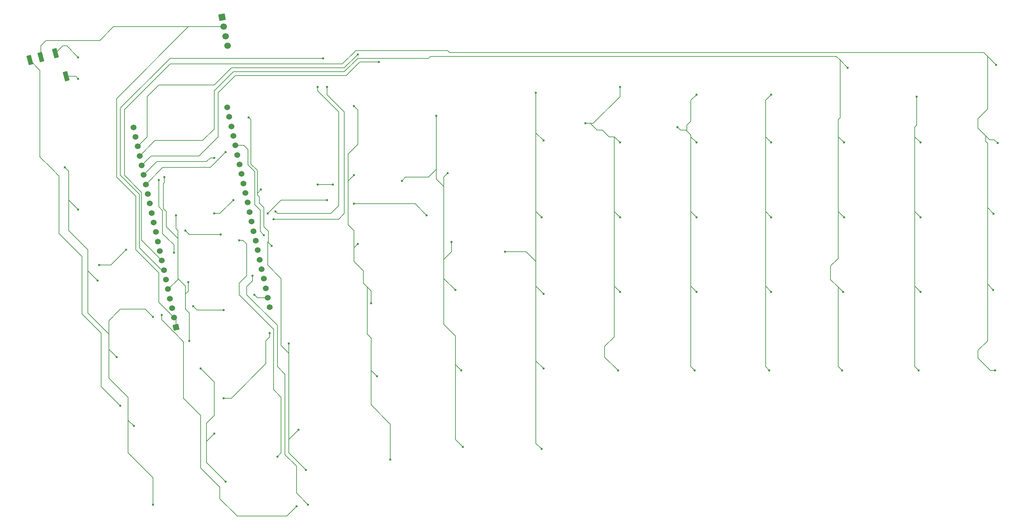
<source format=gbr>
%TF.GenerationSoftware,KiCad,Pcbnew,9.0.2*%
%TF.CreationDate,2025-07-31T22:53:19+02:00*%
%TF.ProjectId,multiboard_RIGHT,6d756c74-6962-46f6-9172-645f52494748,1.0*%
%TF.SameCoordinates,Original*%
%TF.FileFunction,Copper,L1,Top*%
%TF.FilePolarity,Positive*%
%FSLAX46Y46*%
G04 Gerber Fmt 4.6, Leading zero omitted, Abs format (unit mm)*
G04 Created by KiCad (PCBNEW 9.0.2) date 2025-07-31 22:53:19*
%MOMM*%
%LPD*%
G01*
G04 APERTURE LIST*
G04 Aperture macros list*
%AMRotRect*
0 Rectangle, with rotation*
0 The origin of the aperture is its center*
0 $1 length*
0 $2 width*
0 $3 Rotation angle, in degrees counterclockwise*
0 Add horizontal line*
21,1,$1,$2,0,0,$3*%
G04 Aperture macros list end*
%TA.AperFunction,ComponentPad*%
%ADD10RotRect,1.700000X1.700000X11.000000*%
%TD*%
%TA.AperFunction,ComponentPad*%
%ADD11C,1.700000*%
%TD*%
%TA.AperFunction,SMDPad,CuDef*%
%ADD12RotRect,1.200000X2.500000X15.000000*%
%TD*%
%TA.AperFunction,ComponentPad*%
%ADD13RotRect,1.530000X1.530000X12.000000*%
%TD*%
%TA.AperFunction,ComponentPad*%
%ADD14C,1.530000*%
%TD*%
%TA.AperFunction,ViaPad*%
%ADD15C,0.600000*%
%TD*%
%TA.AperFunction,Conductor*%
%ADD16C,0.200000*%
%TD*%
G04 APERTURE END LIST*
D10*
%TO.P,J1,1,Pin_1*%
%TO.N,GND*%
X83515345Y-38506667D03*
D11*
%TO.P,J1,2,Pin_2*%
%TO.N,+3V3*%
X84000000Y-41000000D03*
%TO.P,J1,3,Pin_3*%
%TO.N,SCL*%
X84484655Y-43493333D03*
%TO.P,J1,4,Pin_4*%
%TO.N,SDA*%
X84969310Y-45986666D03*
%TD*%
D12*
%TO.P,J2,1*%
%TO.N,GND*%
X42810642Y-53928714D03*
%TO.P,J2,2*%
%TO.N,TX*%
X40065800Y-47934897D03*
%TO.P,J2,3*%
%TO.N,+3V3*%
X36202097Y-48970173D03*
%TO.P,J2,4*%
%TO.N,RX*%
X33304319Y-49746630D03*
%TD*%
D13*
%TO.P,U1,J1_1,3V3*%
%TO.N,+3V3*%
X71533819Y-119455403D03*
D14*
%TO.P,U1,J1_2,3V3*%
X71005722Y-116970910D03*
%TO.P,U1,J1_3,RST*%
%TO.N,unconnected-(U1-RST-PadJ1_3)*%
X70477627Y-114486413D03*
%TO.P,U1,J1_4,GPIO4*%
%TO.N,ROW1*%
X69949531Y-112001918D03*
%TO.P,U1,J1_5,GPIO5*%
%TO.N,ROW2*%
X69421435Y-109517423D03*
%TO.P,U1,J1_6,GPIO6*%
%TO.N,ROW3*%
X68893340Y-107032928D03*
%TO.P,U1,J1_7,GPIO7*%
%TO.N,ROW4*%
X68365245Y-104548434D03*
%TO.P,U1,J1_8,GPIO15*%
%TO.N,ROW12*%
X67837148Y-102063939D03*
%TO.P,U1,J1_9,GPIO16*%
%TO.N,COL1*%
X67309053Y-99579444D03*
%TO.P,U1,J1_10,GPIO17*%
%TO.N,COL2*%
X66780957Y-97094949D03*
%TO.P,U1,J1_11,GPIO18*%
%TO.N,COL3*%
X66252861Y-94610454D03*
%TO.P,U1,J1_12,GPIO8*%
%TO.N,ROW5*%
X65724765Y-92125959D03*
%TO.P,U1,J1_13,GPIO3*%
%TO.N,unconnected-(U1-GPIO3-PadJ1_13)*%
X65196670Y-89641464D03*
%TO.P,U1,J1_14,GPIO46*%
%TO.N,unconnected-(U1-GPIO46-PadJ1_14)*%
X64668575Y-87156969D03*
%TO.P,U1,J1_15,GPIO9*%
%TO.N,ROW6*%
X64140478Y-84672474D03*
%TO.P,U1,J1_16,GPIO10*%
%TO.N,ROW7*%
X63612383Y-82187979D03*
%TO.P,U1,J1_17,GPIO11*%
%TO.N,ROW8*%
X63084287Y-79703484D03*
%TO.P,U1,J1_18,GPIO12*%
%TO.N,ROW9*%
X62556191Y-77218990D03*
%TO.P,U1,J1_19,GPIO13*%
%TO.N,ROW10*%
X62028096Y-74734495D03*
%TO.P,U1,J1_20,GPIO14*%
%TO.N,ROW11*%
X61500000Y-72250000D03*
%TO.P,U1,J1_21,5V0*%
%TO.N,unconnected-(U1-5V0-PadJ1_21)*%
X60971904Y-69765505D03*
%TO.P,U1,J1_22,GND*%
%TO.N,GND*%
X60443809Y-67281010D03*
%TO.P,U1,J3_1,GND*%
X96016853Y-114251374D03*
%TO.P,U1,J3_2,U0TXD/GPIO43*%
%TO.N,TX*%
X95488755Y-111766879D03*
%TO.P,U1,J3_3,U0RXD/GPIO44*%
%TO.N,RX*%
X94960660Y-109282384D03*
%TO.P,U1,J3_4,GPIO1*%
%TO.N,unconnected-(U1-GPIO1-PadJ3_4)*%
X94432565Y-106797890D03*
%TO.P,U1,J3_5,GPIO2*%
%TO.N,unconnected-(U1-GPIO2-PadJ3_5)*%
X93904468Y-104313395D03*
%TO.P,U1,J3_6,MTMS/GPIO42*%
%TO.N,unconnected-(U1-MTMS{slash}GPIO42-PadJ3_6)*%
X93376374Y-101828900D03*
%TO.P,U1,J3_7,MTDI/GPIO41*%
%TO.N,unconnected-(U1-MTDI{slash}GPIO41-PadJ3_7)*%
X92848278Y-99344404D03*
%TO.P,U1,J3_8,MTDO/GPIO40*%
%TO.N,unconnected-(U1-MTDO{slash}GPIO40-PadJ3_8)*%
X92320182Y-96859909D03*
%TO.P,U1,J3_9,MTCK/GPIO39*%
%TO.N,unconnected-(U1-MTCK{slash}GPIO39-PadJ3_9)*%
X91792086Y-94375415D03*
%TO.P,U1,J3_10,GPIO38*%
%TO.N,SCL*%
X91263991Y-91890920D03*
%TO.P,U1,J3_11,GPIO37*%
%TO.N,SDA*%
X90735895Y-89406425D03*
%TO.P,U1,J3_12,GPIO36*%
%TO.N,COL5*%
X90207798Y-86921930D03*
%TO.P,U1,J3_13,GPIO35*%
%TO.N,COL6*%
X89679703Y-84437435D03*
%TO.P,U1,J3_14,GPIO0*%
%TO.N,unconnected-(U1-GPIO0-PadJ3_14)*%
X89151608Y-81952940D03*
%TO.P,U1,J3_15,GPIO45*%
%TO.N,unconnected-(U1-GPIO45-PadJ3_15)*%
X88623512Y-79468446D03*
%TO.P,U1,J3_16,GPIO48*%
%TO.N,unconnected-(U1-GPIO48-PadJ3_16)*%
X88095417Y-76983951D03*
%TO.P,U1,J3_17,GPIO47*%
%TO.N,unconnected-(U1-GPIO47-PadJ3_17)*%
X87567323Y-74499456D03*
%TO.P,U1,J3_18,GPIO21*%
%TO.N,COL4*%
X87039225Y-72014960D03*
%TO.P,U1,J3_19,USB_D+/GPIO20*%
%TO.N,unconnected-(U1-USB_D+{slash}GPIO20-PadJ3_19)*%
X86511129Y-69530466D03*
%TO.P,U1,J3_20,USB_D-/GPIO19*%
%TO.N,unconnected-(U1-USB_D-{slash}GPIO19-PadJ3_20)*%
X85983034Y-67045971D03*
%TO.P,U1,J3_21,GND*%
%TO.N,GND*%
X85454938Y-64561476D03*
%TO.P,U1,J3_22,GND*%
X84926842Y-62076981D03*
%TD*%
D15*
%TO.N,ROW1*%
X65500000Y-165750000D03*
X56000000Y-127250000D03*
X60500000Y-145250000D03*
X42500000Y-77750000D03*
X65500000Y-116750000D03*
X51000000Y-107250000D03*
X46000000Y-88750000D03*
%TO.N,COL1*%
X106000000Y-165750000D03*
X91500000Y-106000000D03*
%TO.N,COL2*%
X98000000Y-153250000D03*
X88000000Y-96750000D03*
%TO.N,ROW2*%
X78000000Y-130250000D03*
X71500000Y-90250000D03*
X68500000Y-80250000D03*
X74707449Y-107750000D03*
X81500000Y-147250000D03*
X75000000Y-123000000D03*
X84500000Y-159750000D03*
%TO.N,ROW3*%
X103500000Y-146250000D03*
X93750000Y-83500000D03*
X96500000Y-98250000D03*
X90500000Y-64658044D03*
X101000000Y-123750000D03*
X105500000Y-156750000D03*
X103000000Y-166250000D03*
X67800000Y-116250000D03*
%TO.N,ROW4*%
X110000000Y-49250000D03*
X119000000Y-97750000D03*
X124000000Y-132250000D03*
X118000000Y-61750000D03*
X122500000Y-113250000D03*
X118000000Y-79750000D03*
X127500000Y-154000000D03*
%TO.N,ROW5*%
X130500000Y-81250000D03*
X142500000Y-79250000D03*
X139500000Y-64250000D03*
X144500000Y-109750000D03*
X86500000Y-86250000D03*
X112500000Y-82250000D03*
X143500000Y-97250000D03*
X108500000Y-82250000D03*
X146000000Y-130750000D03*
X146500000Y-150750000D03*
X81500000Y-89750000D03*
%TO.N,ROW6*%
X165500000Y-58250000D03*
X167500000Y-70750000D03*
X95500000Y-89750000D03*
X167500000Y-110750000D03*
X157500000Y-99750000D03*
X118000000Y-87250000D03*
X167500000Y-130250000D03*
X111000000Y-86250000D03*
X137000000Y-90250000D03*
X167000000Y-90750000D03*
X167000000Y-151250000D03*
X74000000Y-94250000D03*
X83200000Y-95250000D03*
%TO.N,COL3*%
X51500000Y-103250000D03*
X58500000Y-99250000D03*
%TO.N,COL4*%
X94500000Y-95450000D03*
%TO.N,ROW7*%
X187500000Y-56750000D03*
X178500000Y-66250000D03*
X187000000Y-130750000D03*
X84500000Y-73750000D03*
X187500000Y-90750000D03*
X187500000Y-110250000D03*
X187500000Y-71250000D03*
%TO.N,ROW8*%
X207500000Y-110250000D03*
X81500000Y-75250000D03*
X207000000Y-130750000D03*
X207500000Y-90750000D03*
X207500000Y-58750000D03*
X207500000Y-71250000D03*
X202500000Y-67250000D03*
%TO.N,ROW9*%
X227000000Y-110250000D03*
X227000000Y-90750000D03*
X226500000Y-130750000D03*
X124500000Y-50250000D03*
X227000000Y-58750000D03*
X227000000Y-71250000D03*
%TO.N,ROW10*%
X245750000Y-110250000D03*
X247000000Y-51750000D03*
X246000000Y-90750000D03*
X246000000Y-71250000D03*
X245500000Y-130750000D03*
%TO.N,GND*%
X46000000Y-54600000D03*
%TO.N,TX*%
X76000000Y-114000000D03*
X46000000Y-49000000D03*
X84000000Y-115000000D03*
X67000000Y-81000000D03*
X92000000Y-111000000D03*
X71000000Y-100000000D03*
%TO.N,RX*%
X96000000Y-121000000D03*
X57000000Y-140000000D03*
X84000000Y-138000000D03*
%TO.N,ROW11*%
X266000000Y-90750000D03*
X119000000Y-48250000D03*
X265000000Y-59250000D03*
X266000000Y-71250000D03*
X265500000Y-130750000D03*
X266000000Y-110250000D03*
%TO.N,ROW12*%
X285000000Y-109750000D03*
X286125000Y-71375000D03*
X285064545Y-89814545D03*
X285500000Y-130750000D03*
X285750000Y-51000000D03*
%TO.N,SDA*%
X97500000Y-89250000D03*
X108500000Y-56750000D03*
%TO.N,SCL*%
X111000000Y-56750000D03*
X97000000Y-91250000D03*
%TD*%
D16*
%TO.N,ROW1*%
X57000000Y-114750000D02*
X62500000Y-114750000D01*
X59000000Y-143750000D02*
X59000000Y-139250000D01*
X48500000Y-115750000D02*
X48500000Y-104250000D01*
X54000000Y-121250000D02*
X49000000Y-116250000D01*
X54000000Y-125250000D02*
X54000000Y-124250000D01*
X54000000Y-124250000D02*
X54000000Y-122750000D01*
X59000000Y-152250000D02*
X59000000Y-143750000D01*
X65500000Y-165750000D02*
X65500000Y-158750000D01*
X61500000Y-154750000D02*
X59000000Y-152250000D01*
X43500000Y-87750000D02*
X43500000Y-85750000D01*
X59000000Y-137750000D02*
X55000000Y-133750000D01*
X60500000Y-145250000D02*
X59000000Y-143750000D01*
X43500000Y-94250000D02*
X43500000Y-87750000D01*
X43500000Y-86250000D02*
X43500000Y-85750000D01*
X54000000Y-122750000D02*
X54000000Y-121250000D01*
X62500000Y-114750000D02*
X63500000Y-114750000D01*
X46000000Y-88750000D02*
X43500000Y-86250000D01*
X51000000Y-107250000D02*
X48500000Y-104750000D01*
X54000000Y-117750000D02*
X56500000Y-115250000D01*
X55000000Y-133750000D02*
X54000000Y-132750000D01*
X63500000Y-114750000D02*
X65500000Y-116750000D01*
X65500000Y-158750000D02*
X61500000Y-154750000D01*
X43500000Y-78750000D02*
X42500000Y-77750000D01*
X48500000Y-104750000D02*
X48500000Y-104250000D01*
X56000000Y-127250000D02*
X54000000Y-125250000D01*
X54000000Y-132750000D02*
X54000000Y-124250000D01*
X54000000Y-121250000D02*
X54000000Y-117750000D01*
X49000000Y-116250000D02*
X48500000Y-115750000D01*
X48500000Y-99250000D02*
X43500000Y-94250000D01*
X43500000Y-85750000D02*
X43500000Y-78750000D01*
X48500000Y-104250000D02*
X48500000Y-99250000D01*
X59000000Y-139250000D02*
X59000000Y-137750000D01*
X56500000Y-115250000D02*
X57000000Y-114750000D01*
%TO.N,COL1*%
X103000000Y-162750000D02*
X106000000Y-165750000D01*
X98000000Y-118989395D02*
X98000000Y-129750000D01*
X90000000Y-108909045D02*
X90000000Y-110989395D01*
X103000000Y-155750000D02*
X103000000Y-162750000D01*
X100000000Y-152750000D02*
X103000000Y-155750000D01*
X98000000Y-129750000D02*
X100000000Y-131750000D01*
X91500000Y-106000000D02*
X91500000Y-107409045D01*
X90000000Y-110989395D02*
X98000000Y-118989395D01*
X91500000Y-107409045D02*
X90000000Y-108909045D01*
X100000000Y-131750000D02*
X100000000Y-152750000D01*
%TO.N,COL2*%
X98000000Y-153250000D02*
X99000000Y-152250000D01*
X90000000Y-106000000D02*
X90000000Y-97750000D01*
X90000000Y-97750000D02*
X89000000Y-96750000D01*
X99000000Y-137750000D02*
X97000000Y-135750000D01*
X88000000Y-108000000D02*
X90000000Y-106000000D01*
X88000000Y-111000000D02*
X88000000Y-108000000D01*
X89000000Y-96750000D02*
X88000000Y-96750000D01*
X97000000Y-135750000D02*
X97000000Y-120000000D01*
X97000000Y-120000000D02*
X88000000Y-111000000D01*
X99000000Y-152250000D02*
X99000000Y-137750000D01*
%TO.N,ROW2*%
X78000000Y-130250000D02*
X81500000Y-133750000D01*
X79500000Y-149250000D02*
X79500000Y-149750000D01*
X68250000Y-82000000D02*
X68250000Y-88500000D01*
X68500000Y-80250000D02*
X68500000Y-81750000D01*
X68250000Y-88500000D02*
X69000000Y-89250000D01*
X69000000Y-89250000D02*
X69000000Y-93250000D01*
X74000000Y-108750000D02*
X72000000Y-106750000D01*
X71500000Y-93750000D02*
X72000000Y-94250000D01*
X84500000Y-159750000D02*
X79500000Y-154750000D01*
X75000000Y-115750000D02*
X74000000Y-114750000D01*
X72000000Y-107034673D02*
X69517250Y-109517423D01*
X72000000Y-96250000D02*
X72000000Y-106750000D01*
X74707449Y-110042551D02*
X74000000Y-110750000D01*
X72000000Y-106750000D02*
X72000000Y-107034673D01*
X69000000Y-93250000D02*
X72000000Y-96250000D01*
X75000000Y-123000000D02*
X75000000Y-115750000D01*
X68500000Y-81750000D02*
X68250000Y-82000000D01*
X69517250Y-109517423D02*
X69421435Y-109517423D01*
X79500000Y-144500000D02*
X79500000Y-149750000D01*
X81500000Y-133750000D02*
X81500000Y-142500000D01*
X72000000Y-94250000D02*
X72000000Y-96250000D01*
X71500000Y-90250000D02*
X71500000Y-93750000D01*
X79500000Y-154750000D02*
X79500000Y-149750000D01*
X81500000Y-142500000D02*
X79500000Y-144500000D01*
X81500000Y-147250000D02*
X79500000Y-149250000D01*
X74000000Y-114750000D02*
X74000000Y-108750000D01*
X74707449Y-107750000D02*
X74707449Y-110042551D01*
%TO.N,ROW3*%
X67800000Y-116250000D02*
X67800000Y-117550000D01*
X100500000Y-168750000D02*
X103000000Y-166250000D01*
X95700000Y-97050000D02*
X95500000Y-97250000D01*
X95700000Y-94450000D02*
X95700000Y-97050000D01*
X78000000Y-142500000D02*
X78000000Y-156250000D01*
X92750000Y-78500000D02*
X91100000Y-76850000D01*
X87500000Y-168750000D02*
X100500000Y-168750000D01*
X83000000Y-164250000D02*
X87500000Y-168750000D01*
X73500000Y-138000000D02*
X78000000Y-142500000D01*
X95500000Y-103250000D02*
X99000000Y-106750000D01*
X101000000Y-126250000D02*
X101000000Y-150250000D01*
X94500000Y-93250000D02*
X95700000Y-94450000D01*
X67800000Y-117550000D02*
X70325484Y-120075484D01*
X83000000Y-161250000D02*
X83000000Y-164250000D01*
X91100000Y-65258044D02*
X90500000Y-64658044D01*
X96500000Y-98250000D02*
X95500000Y-97250000D01*
X93300000Y-85450000D02*
X93300000Y-87050000D01*
X70913738Y-120663738D02*
X73500000Y-123250000D01*
X73500000Y-123250000D02*
X73500000Y-138000000D01*
X92750000Y-84500000D02*
X92750000Y-84825735D01*
X92750000Y-84825735D02*
X92750000Y-78500000D01*
X101000000Y-148750000D02*
X101000000Y-150250000D01*
X99000000Y-124250000D02*
X101000000Y-126250000D01*
X70325484Y-120075484D02*
X70325484Y-120169312D01*
X99000000Y-106750000D02*
X99000000Y-124250000D01*
X92750000Y-84900000D02*
X93300000Y-85450000D01*
X70325484Y-120169312D02*
X70819910Y-120663738D01*
X93300000Y-87050000D02*
X94500000Y-88250000D01*
X95500000Y-97250000D02*
X95500000Y-103250000D01*
X92750000Y-84500000D02*
X92750000Y-84900000D01*
X93750000Y-83500000D02*
X92750000Y-84500000D01*
X101000000Y-123750000D02*
X101000000Y-126250000D01*
X70819910Y-120663738D02*
X70913738Y-120663738D01*
X103500000Y-146250000D02*
X101000000Y-148750000D01*
X101000000Y-150250000D02*
X101000000Y-152250000D01*
X101000000Y-152250000D02*
X105500000Y-156750000D01*
X91100000Y-76850000D02*
X91100000Y-65258044D01*
X94500000Y-88250000D02*
X94500000Y-93250000D01*
X78000000Y-156250000D02*
X83000000Y-161250000D01*
%TO.N,ROW4*%
X118000000Y-61750000D02*
X119000000Y-62750000D01*
X122500000Y-122250000D02*
X121500000Y-121250000D01*
X122500000Y-113250000D02*
X122500000Y-110000000D01*
X119000000Y-71750000D02*
X116500000Y-74250000D01*
X119000000Y-97750000D02*
X118000000Y-98750000D01*
X127500000Y-144750000D02*
X122500000Y-139750000D01*
X120500000Y-104750000D02*
X118000000Y-102250000D01*
X57000000Y-79785223D02*
X62000000Y-84785223D01*
X122500000Y-130750000D02*
X122500000Y-129250000D01*
X121500000Y-121250000D02*
X121500000Y-109000000D01*
X119000000Y-66750000D02*
X119000000Y-71750000D01*
X127500000Y-154000000D02*
X127500000Y-144750000D01*
X116500000Y-81250000D02*
X116500000Y-81750000D01*
X118000000Y-79750000D02*
X116500000Y-81250000D01*
X121500000Y-109000000D02*
X122500000Y-110000000D01*
X118000000Y-102250000D02*
X118000000Y-98750000D01*
X62000000Y-98750000D02*
X67798434Y-104548434D01*
X120500000Y-108000000D02*
X120500000Y-104750000D01*
X122500000Y-129250000D02*
X122500000Y-122250000D01*
X70000000Y-49250000D02*
X57000000Y-62250000D01*
X67798434Y-104548434D02*
X68365245Y-104548434D01*
X116500000Y-92750000D02*
X118000000Y-94250000D01*
X122500000Y-139750000D02*
X122500000Y-129250000D01*
X116500000Y-74250000D02*
X116500000Y-81750000D01*
X124000000Y-132250000D02*
X122500000Y-130750000D01*
X119000000Y-62750000D02*
X119000000Y-66750000D01*
X57000000Y-62250000D02*
X57000000Y-79785223D01*
X121500000Y-109000000D02*
X120500000Y-108000000D01*
X116500000Y-81750000D02*
X116500000Y-92750000D01*
X110000000Y-49250000D02*
X70000000Y-49250000D01*
X62000000Y-84785223D02*
X62000000Y-98750000D01*
X118000000Y-94250000D02*
X118000000Y-98750000D01*
%TO.N,ROW5*%
X130500000Y-81250000D02*
X131500000Y-80250000D01*
X143500000Y-97250000D02*
X143500000Y-99750000D01*
X146000000Y-130750000D02*
X144500000Y-129250000D01*
X137500000Y-80250000D02*
X139500000Y-78250000D01*
X144500000Y-109750000D02*
X141500000Y-106750000D01*
X141500000Y-82750000D02*
X141500000Y-101750000D01*
X144500000Y-148750000D02*
X146500000Y-150750000D01*
X83000000Y-89750000D02*
X81500000Y-89750000D01*
X141500000Y-106750000D02*
X141500000Y-118750000D01*
X139500000Y-80750000D02*
X141500000Y-82750000D01*
X131500000Y-80250000D02*
X137500000Y-80250000D01*
X142500000Y-79250000D02*
X141500000Y-80250000D01*
X108500000Y-82250000D02*
X112500000Y-82250000D01*
X144500000Y-121750000D02*
X144500000Y-126750000D01*
X139500000Y-64250000D02*
X139500000Y-78250000D01*
X141500000Y-101750000D02*
X141500000Y-106750000D01*
X144500000Y-129250000D02*
X144500000Y-126750000D01*
X141500000Y-80250000D02*
X141500000Y-82750000D01*
X139500000Y-78250000D02*
X139500000Y-80750000D01*
X143500000Y-99750000D02*
X141500000Y-101750000D01*
X141500000Y-118750000D02*
X144500000Y-121750000D01*
X144500000Y-126750000D02*
X144500000Y-148750000D01*
X86500000Y-86250000D02*
X83000000Y-89750000D01*
%TO.N,ROW6*%
X163000000Y-99750000D02*
X165500000Y-102250000D01*
X165500000Y-107750000D02*
X165500000Y-127250000D01*
X167000000Y-90750000D02*
X165500000Y-89250000D01*
X165500000Y-58250000D02*
X165500000Y-67750000D01*
X165500000Y-68750000D02*
X165500000Y-67750000D01*
X165500000Y-102250000D02*
X165500000Y-107750000D01*
X74000000Y-94250000D02*
X75000000Y-95250000D01*
X157500000Y-99750000D02*
X163000000Y-99750000D01*
X95500000Y-89750000D02*
X99000000Y-86250000D01*
X165500000Y-67750000D02*
X165500000Y-85250000D01*
X75000000Y-95250000D02*
X83200000Y-95250000D01*
X99000000Y-86250000D02*
X111000000Y-86250000D01*
X165500000Y-149750000D02*
X167000000Y-151250000D01*
X165500000Y-87750000D02*
X165500000Y-102250000D01*
X165500000Y-108750000D02*
X165500000Y-107750000D01*
X165500000Y-85250000D02*
X165500000Y-87750000D01*
X118000000Y-87250000D02*
X134000000Y-87250000D01*
X167500000Y-110750000D02*
X165500000Y-108750000D01*
X167500000Y-70750000D02*
X165500000Y-68750000D01*
X165500000Y-89250000D02*
X165500000Y-87750000D01*
X165500000Y-128250000D02*
X165500000Y-127250000D01*
X134000000Y-87250000D02*
X137000000Y-90250000D01*
X167500000Y-130250000D02*
X165500000Y-128250000D01*
X165500000Y-127250000D02*
X165500000Y-149750000D01*
%TO.N,COL3*%
X58500000Y-99250000D02*
X54500000Y-103250000D01*
X54500000Y-103250000D02*
X51500000Y-103250000D01*
%TO.N,COL4*%
X89264960Y-72014960D02*
X87039225Y-72014960D01*
X90300000Y-73050000D02*
X89264960Y-72014960D01*
X93500000Y-88894419D02*
X92100000Y-87494419D01*
X94500000Y-95450000D02*
X93500000Y-94450000D01*
X92100000Y-87494419D02*
X92100000Y-78850000D01*
X93500000Y-94450000D02*
X93500000Y-88894419D01*
X90300000Y-77050000D02*
X90300000Y-73050000D01*
X92100000Y-78850000D02*
X90300000Y-77050000D01*
%TO.N,ROW7*%
X186000000Y-122000000D02*
X183500000Y-124500000D01*
X182875000Y-68000000D02*
X184625000Y-69750000D01*
X184625000Y-69750000D02*
X186000000Y-69750000D01*
X187500000Y-59244249D02*
X187500000Y-56750000D01*
X179750000Y-66250000D02*
X180494249Y-66250000D01*
X183500000Y-124500000D02*
X183500000Y-127250000D01*
X186000000Y-89250000D02*
X186000000Y-87750000D01*
X183500000Y-127250000D02*
X187000000Y-130750000D01*
X68050362Y-77750000D02*
X63612383Y-82187979D01*
X186000000Y-108750000D02*
X186000000Y-108250000D01*
X186000000Y-69750000D02*
X186000000Y-87750000D01*
X187500000Y-110250000D02*
X186000000Y-108750000D01*
X179750000Y-66250000D02*
X181500000Y-68000000D01*
X181500000Y-68000000D02*
X182875000Y-68000000D01*
X186000000Y-87750000D02*
X186000000Y-108250000D01*
X178500000Y-66250000D02*
X179750000Y-66250000D01*
X187500000Y-90750000D02*
X186000000Y-89250000D01*
X80500000Y-77750000D02*
X68050362Y-77750000D01*
X180494249Y-66250000D02*
X187500000Y-59244249D01*
X187500000Y-71250000D02*
X186000000Y-69750000D01*
X186000000Y-108250000D02*
X186000000Y-122000000D01*
X84500000Y-73750000D02*
X80500000Y-77750000D01*
%TO.N,ROW8*%
X204750000Y-68000000D02*
X203250000Y-68000000D01*
X203250000Y-68000000D02*
X202500000Y-67250000D01*
X206000000Y-65750000D02*
X205000000Y-66750000D01*
X205000000Y-68250000D02*
X205000000Y-66750000D01*
X207500000Y-71250000D02*
X206000000Y-69750000D01*
X206000000Y-89250000D02*
X206000000Y-87750000D01*
X206000000Y-60250000D02*
X206000000Y-65750000D01*
X206000000Y-69750000D02*
X206000000Y-87750000D01*
X207500000Y-110250000D02*
X206000000Y-108750000D01*
X205000000Y-68250000D02*
X204750000Y-68000000D01*
X80500000Y-75250000D02*
X79500000Y-76250000D01*
X206000000Y-87750000D02*
X206000000Y-108250000D01*
X81500000Y-75250000D02*
X80500000Y-75250000D01*
X206000000Y-69250000D02*
X205000000Y-68250000D01*
X206000000Y-108250000D02*
X206000000Y-129750000D01*
X207500000Y-58750000D02*
X206000000Y-60250000D01*
X206000000Y-129750000D02*
X207000000Y-130750000D01*
X206000000Y-69750000D02*
X206000000Y-69250000D01*
X207500000Y-90750000D02*
X206000000Y-89250000D01*
X66537771Y-76250000D02*
X63084287Y-79703484D01*
X206000000Y-108750000D02*
X206000000Y-108250000D01*
X79500000Y-76250000D02*
X66537771Y-76250000D01*
%TO.N,ROW9*%
X225500000Y-108750000D02*
X225500000Y-108250000D01*
X227000000Y-58750000D02*
X225500000Y-60250000D01*
X225500000Y-108250000D02*
X225500000Y-129750000D01*
X227000000Y-110250000D02*
X225500000Y-108750000D01*
X119500000Y-50250000D02*
X116000000Y-53750000D01*
X87000000Y-53750000D02*
X82500000Y-58250000D01*
X124500000Y-50250000D02*
X119500000Y-50250000D01*
X225500000Y-129750000D02*
X226500000Y-130750000D01*
X225500000Y-87750000D02*
X225500000Y-108250000D01*
X77500000Y-74750000D02*
X65025181Y-74750000D01*
X227000000Y-71250000D02*
X225500000Y-69750000D01*
X225500000Y-69750000D02*
X225500000Y-87750000D01*
X225500000Y-89250000D02*
X225500000Y-87750000D01*
X82500000Y-69750000D02*
X77500000Y-74750000D01*
X225500000Y-60250000D02*
X225500000Y-69750000D01*
X82500000Y-58250000D02*
X82500000Y-69750000D01*
X227000000Y-90750000D02*
X225500000Y-89250000D01*
X116000000Y-53750000D02*
X87000000Y-53750000D01*
X65025181Y-74750000D02*
X62556191Y-77218990D01*
%TO.N,ROW10*%
X119000000Y-49250000D02*
X115500000Y-52750000D01*
X66012591Y-70750000D02*
X62028096Y-74734495D01*
X115500000Y-52750000D02*
X86500000Y-52750000D01*
X246000000Y-90750000D02*
X244500000Y-89250000D01*
X244500000Y-65250000D02*
X244500000Y-69750000D01*
X245000000Y-49750000D02*
X245000000Y-51750000D01*
X242500000Y-103500000D02*
X242500000Y-107000000D01*
X137500000Y-49250000D02*
X119000000Y-49250000D01*
X245000000Y-49750000D02*
X244000000Y-48750000D01*
X244500000Y-69750000D02*
X244500000Y-87750000D01*
X81500000Y-67750000D02*
X78500000Y-70750000D01*
X138000000Y-48750000D02*
X137500000Y-49250000D01*
X78500000Y-70750000D02*
X66012591Y-70750000D01*
X242500000Y-107000000D02*
X244500000Y-109000000D01*
X245000000Y-51750000D02*
X245000000Y-64750000D01*
X244500000Y-110000000D02*
X244500000Y-129750000D01*
X246000000Y-71250000D02*
X244500000Y-69750000D01*
X244500000Y-89250000D02*
X244500000Y-101500000D01*
X81500000Y-57750000D02*
X81500000Y-67750000D01*
X245750000Y-110250000D02*
X244500000Y-109000000D01*
X244500000Y-109000000D02*
X244500000Y-110000000D01*
X86500000Y-52750000D02*
X81500000Y-57750000D01*
X244500000Y-129750000D02*
X245500000Y-130750000D01*
X244500000Y-101500000D02*
X242500000Y-103500000D01*
X244500000Y-89250000D02*
X244500000Y-87750000D01*
X245000000Y-64750000D02*
X244500000Y-65250000D01*
X247000000Y-51750000D02*
X245000000Y-49750000D01*
X244000000Y-48750000D02*
X138000000Y-48750000D01*
%TO.N,GND*%
X45328714Y-53928714D02*
X46000000Y-54600000D01*
X42810642Y-53928714D02*
X45328714Y-53928714D01*
%TO.N,TX*%
X92766879Y-111766879D02*
X95488755Y-111766879D01*
X46000000Y-49000000D02*
X43000000Y-46000000D01*
X69000000Y-96000000D02*
X68000000Y-95000000D01*
X67000000Y-88000000D02*
X67000000Y-81000000D01*
X71000000Y-100000000D02*
X71000000Y-98000000D01*
X92000000Y-111000000D02*
X92766879Y-111766879D01*
X68000000Y-95000000D02*
X68000000Y-92000000D01*
X71000000Y-98000000D02*
X69000000Y-96000000D01*
X84000000Y-115000000D02*
X77000000Y-115000000D01*
X68000000Y-89000000D02*
X67000000Y-88000000D01*
X43000000Y-46000000D02*
X42000000Y-46000000D01*
X42000000Y-46000000D02*
X42000000Y-46000697D01*
X68000000Y-92000000D02*
X68000000Y-89000000D01*
X42000000Y-46000697D02*
X40065800Y-47934897D01*
X77000000Y-115000000D02*
X76000000Y-114000000D01*
%TO.N,RX*%
X33304319Y-49746630D02*
X36000000Y-52442311D01*
X36000000Y-52442311D02*
X36000000Y-60000000D01*
X86000000Y-138000000D02*
X95000000Y-129000000D01*
X47000000Y-101000000D02*
X47000000Y-102000000D01*
X95000000Y-123000000D02*
X96000000Y-122000000D01*
X47000000Y-102000000D02*
X47000000Y-116000000D01*
X46000000Y-100000000D02*
X47000000Y-101000000D01*
X41000000Y-80000000D02*
X41000000Y-87000000D01*
X36000000Y-75000000D02*
X39000000Y-78000000D01*
X96000000Y-122000000D02*
X96000000Y-121000000D01*
X41000000Y-95000000D02*
X46000000Y-100000000D01*
X41000000Y-87000000D02*
X41000000Y-95000000D01*
X52000000Y-127000000D02*
X52000000Y-135000000D01*
X84000000Y-138000000D02*
X86000000Y-138000000D01*
X39000000Y-78000000D02*
X41000000Y-80000000D01*
X52000000Y-135000000D02*
X57000000Y-140000000D01*
X95000000Y-129000000D02*
X95000000Y-123000000D01*
X52000000Y-121000000D02*
X52000000Y-127000000D01*
X36000000Y-60000000D02*
X36000000Y-75000000D01*
X49000000Y-118000000D02*
X52000000Y-121000000D01*
X47000000Y-116000000D02*
X49000000Y-118000000D01*
%TO.N,ROW11*%
X81500000Y-56250000D02*
X67000000Y-56250000D01*
X264500000Y-67250000D02*
X264500000Y-69750000D01*
X119000000Y-48250000D02*
X115500000Y-51750000D01*
X115500000Y-51750000D02*
X86000000Y-51750000D01*
X264500000Y-87750000D02*
X264500000Y-108250000D01*
X266000000Y-110250000D02*
X264500000Y-108750000D01*
X64000000Y-69750000D02*
X61500000Y-72250000D01*
X265000000Y-66750000D02*
X264500000Y-67250000D01*
X264500000Y-129750000D02*
X265500000Y-130750000D01*
X264500000Y-69750000D02*
X264500000Y-87750000D01*
X264500000Y-89250000D02*
X264500000Y-87750000D01*
X266000000Y-90750000D02*
X264500000Y-89250000D01*
X67000000Y-56250000D02*
X64000000Y-59250000D01*
X86000000Y-51750000D02*
X81500000Y-56250000D01*
X266000000Y-71250000D02*
X264500000Y-69750000D01*
X264500000Y-108250000D02*
X264500000Y-129750000D01*
X64000000Y-59250000D02*
X64000000Y-69750000D01*
X264500000Y-108750000D02*
X264500000Y-108250000D01*
X265000000Y-59250000D02*
X265000000Y-66750000D01*
%TO.N,ROW12*%
X283500000Y-88250000D02*
X283500000Y-107750000D01*
X283000000Y-70500000D02*
X283000000Y-71000000D01*
X282500000Y-47750000D02*
X283500000Y-48750000D01*
X281000000Y-125500000D02*
X281000000Y-127500000D01*
X286125000Y-71375000D02*
X285250000Y-70500000D01*
X115000000Y-50750000D02*
X118500000Y-47250000D01*
X283500000Y-108250000D02*
X283500000Y-107750000D01*
X283500000Y-88250000D02*
X285064545Y-89814545D01*
X283000000Y-70500000D02*
X283000000Y-69500000D01*
X285250000Y-70500000D02*
X284000000Y-70500000D01*
X62500000Y-96726791D02*
X62500000Y-84250000D01*
X281000000Y-67500000D02*
X281000000Y-65000000D01*
X285000000Y-109750000D02*
X283500000Y-108250000D01*
X118500000Y-47250000D02*
X142500000Y-47250000D01*
X283500000Y-62500000D02*
X283500000Y-48750000D01*
X283500000Y-123000000D02*
X281000000Y-125500000D01*
X281000000Y-127500000D02*
X284250000Y-130750000D01*
X285750000Y-51000000D02*
X283500000Y-48750000D01*
X283000000Y-69500000D02*
X281000000Y-67500000D01*
X58044235Y-62705765D02*
X70000000Y-50750000D01*
X70000000Y-50750000D02*
X115000000Y-50750000D01*
X283500000Y-71500000D02*
X283500000Y-88250000D01*
X284250000Y-130750000D02*
X285500000Y-130750000D01*
X281000000Y-65000000D02*
X283500000Y-62500000D01*
X283000000Y-71000000D02*
X283500000Y-71500000D01*
X142500000Y-47250000D02*
X143000000Y-47750000D01*
X143000000Y-47750000D02*
X282500000Y-47750000D01*
X67837148Y-102063939D02*
X62500000Y-96726791D01*
X58044235Y-79794235D02*
X58044235Y-62705765D01*
X284000000Y-70500000D02*
X283000000Y-69500000D01*
X62500000Y-84250000D02*
X58044235Y-79794235D01*
X283500000Y-107750000D02*
X283500000Y-123000000D01*
%TO.N,+3V3*%
X36202097Y-48970173D02*
X36202097Y-45997903D01*
X61000000Y-99250000D02*
X61000000Y-85250000D01*
X84000000Y-41000000D02*
X74750000Y-41000000D01*
X67000000Y-105250000D02*
X61000000Y-99250000D01*
X61000000Y-85250000D02*
X56000000Y-80250000D01*
X56000000Y-80250000D02*
X56000000Y-59750000D01*
X37600000Y-44600000D02*
X51600000Y-44600000D01*
X71533819Y-117499007D02*
X71005722Y-116970910D01*
X55200000Y-41000000D02*
X74750000Y-41000000D01*
X71005722Y-116970910D02*
X67000000Y-112965188D01*
X71533819Y-119455403D02*
X71533819Y-117499007D01*
X36202097Y-45997903D02*
X37600000Y-44600000D01*
X74750000Y-41000000D02*
X56000000Y-59750000D01*
X67000000Y-112965188D02*
X67000000Y-105250000D01*
X51600000Y-44600000D02*
X55200000Y-41000000D01*
%TO.N,SDA*%
X112000000Y-89750000D02*
X114000000Y-87750000D01*
X114000000Y-63250000D02*
X108500000Y-57750000D01*
X98000000Y-89750000D02*
X112000000Y-89750000D01*
X97500000Y-89250000D02*
X98000000Y-89750000D01*
X108500000Y-57750000D02*
X108500000Y-56750000D01*
X114000000Y-87750000D02*
X114000000Y-63250000D01*
%TO.N,SCL*%
X111000000Y-56750000D02*
X111000000Y-58750000D01*
X111000000Y-58750000D02*
X115500000Y-63250000D01*
X115500000Y-89750000D02*
X114000000Y-91250000D01*
X114000000Y-91250000D02*
X97000000Y-91250000D01*
X115500000Y-63250000D02*
X115500000Y-89750000D01*
%TD*%
M02*

</source>
